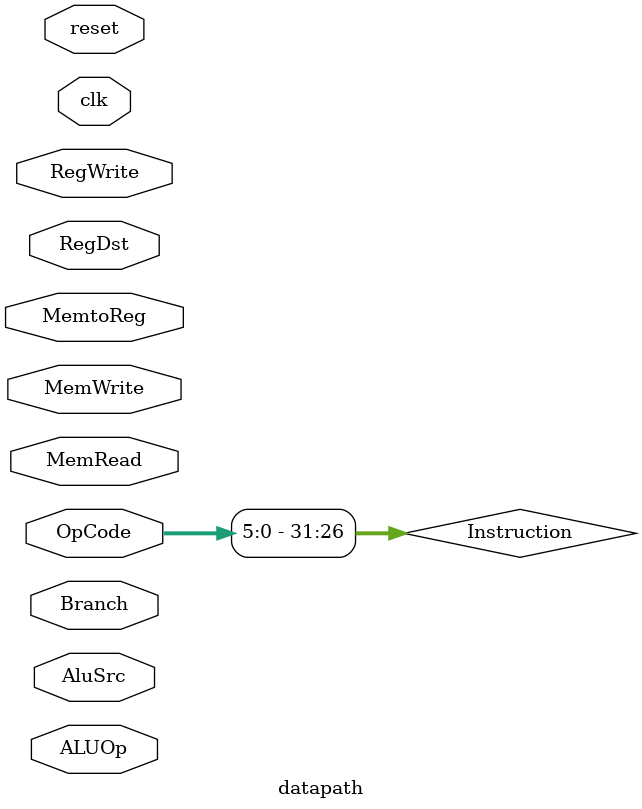
<source format=v>
`include "mem_async.v"
`include "mem_sync.v"
`include "rf.v"
`include "alucontrol.v"
`include "alu.v"
`include "pclogic.v"
`include "andm.v"
`include "signextend.v"
`include "mux.v"

module datapath(
    input clk, 
    input reset, 
    input RegDst,
    input AluSrc,
    input MemtoReg,
    input RegWrite,
    input MemRead,
    input MemWrite,
    input Branch,
    input[1:0] ALUOp,
    input[5:0] OpCode
);

    wire [31:0] Instruction;
    wire [3:0] ALUCtrl;
    wire [31:0] ALUout;
    wire Zero;

    assign OpCode = Instruction[31:26];

    wire [31:0] PC_adr;

    wire [31:0] ReadRegister1;
    wire [31:0] ReadRegister2;

    wire [4:0] muxinstr_out;
    wire [31:0] muxalu_out;
    wire [31:0] muxdata_out;

    wire [31:0] ReadData;

    wire [31:0] signExtend;

    wire PCsel;

    //Instruction memory
    mem_async meminstr(.a(PC_adr[7:0]), .d(Instruction));
    //Data memory 
    mem_sync memdata(clk, ALUout[7:0], ReadData, ReadRegister2, MemRead, MemWrite);
    //Registers 
    rf registerfile(clk,RegWrite,Instruction[25:21],Instruction[20:16],muxinstr_out, ReadRegister1, ReadRegister2, muxdata_out); 
    
    //ALUControl
    alucontrol AluControl(ALUOp, Instruction[5:0], ALUCtrl);
    //ALU
    alu Alu(ReadRegister1, muxalu_out, ALUCtrl, ALUout, Zero); 

    //generate PC
    pclogic PC(clk, reset, signExtend, PC_adr, PCsel); 
    //AndPC (branch & zero)
    andm andPC(Branch, Zero, PCsel); 
    //Sign extend
    signextend Signextend(signExtend, Instruction[15:0]); 

    //MUX for Write Register
    mux #(5) muxinstr(RegDst, Instruction[20:16],Instruction[15:11],muxinstr_out);
    //MUX for ALU
    mux #(32) muxalu(AluSrc, ReadRegister2, signExtend, muxalu_out);
    //MUX for Data memory
    mux #(32) muxdata(MemtoReg, ALUout, ReadData, muxdata_out); 

endmodule

</source>
